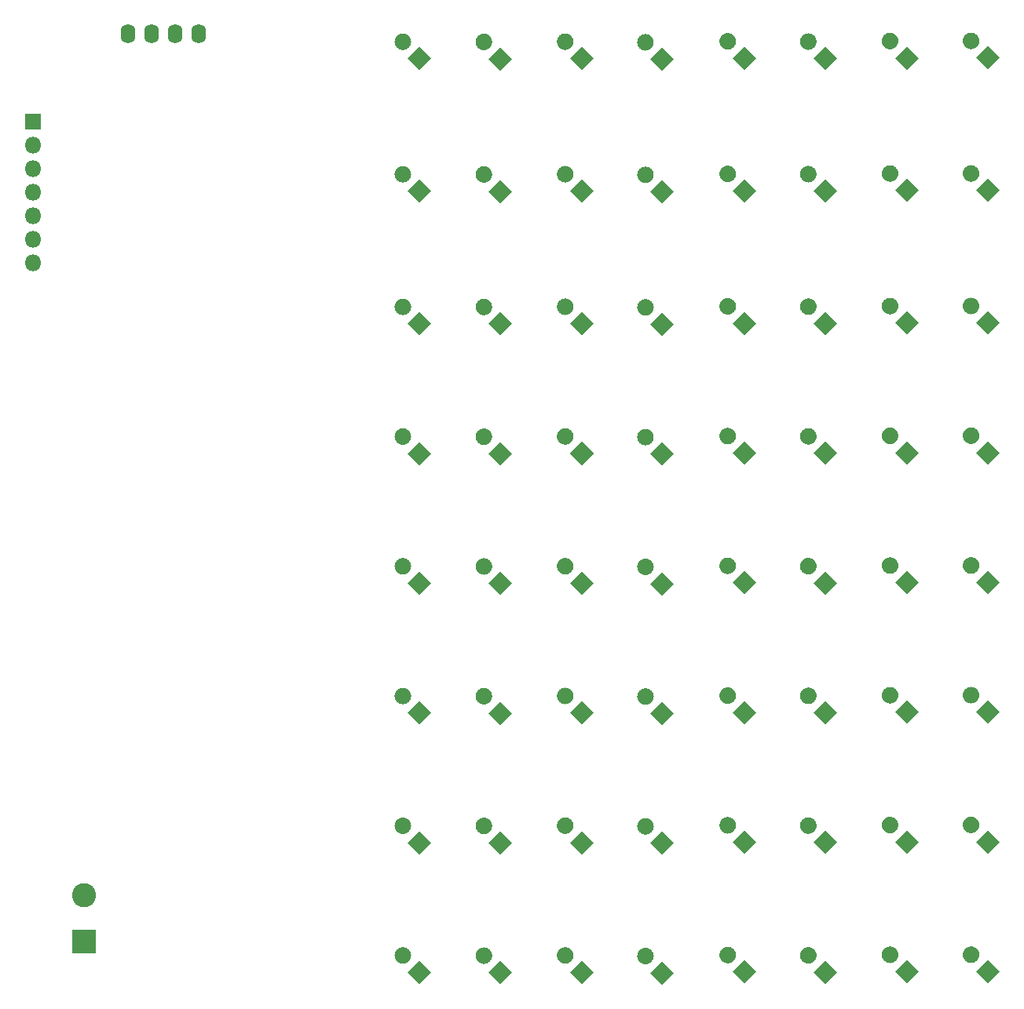
<source format=gbs>
%TF.GenerationSoftware,KiCad,Pcbnew,5.1.6*%
%TF.CreationDate,2020-06-23T23:05:21+02:00*%
%TF.ProjectId,NeonMatrix,4e656f6e-4d61-4747-9269-782e6b696361,rev?*%
%TF.SameCoordinates,Original*%
%TF.FileFunction,Soldermask,Bot*%
%TF.FilePolarity,Negative*%
%FSLAX46Y46*%
G04 Gerber Fmt 4.6, Leading zero omitted, Abs format (unit mm)*
G04 Created by KiCad (PCBNEW 5.1.6) date 2020-06-23 23:05:21*
%MOMM*%
%LPD*%
G01*
G04 APERTURE LIST*
%ADD10O,1.800000X1.800000*%
%ADD11R,1.800000X1.800000*%
%ADD12C,0.100000*%
%ADD13O,1.600000X2.100000*%
%ADD14C,2.600000*%
%ADD15R,2.600000X2.600000*%
G04 APERTURE END LIST*
D10*
%TO.C,J2*%
X151500000Y-66220000D03*
X151500000Y-63680000D03*
X151500000Y-61140000D03*
X151500000Y-58600000D03*
X151500000Y-56060000D03*
X151500000Y-53520000D03*
D11*
X151500000Y-50980000D03*
%TD*%
%TO.C,NE64*%
G36*
G01*
X252027892Y-141529783D02*
X252027892Y-141529783D01*
G75*
G02*
X252027892Y-140256991I636396J636396D01*
G01*
X252027892Y-140256991D01*
G75*
G02*
X253300684Y-140256991I636396J-636396D01*
G01*
X253300684Y-140256991D01*
G75*
G02*
X253300684Y-141529783I-636396J-636396D01*
G01*
X253300684Y-141529783D01*
G75*
G02*
X252027892Y-141529783I-636396J636396D01*
G01*
G37*
D12*
G36*
X254460339Y-143962230D02*
G01*
X253187547Y-142689438D01*
X254460339Y-141416646D01*
X255733131Y-142689438D01*
X254460339Y-143962230D01*
G37*
%TD*%
%TO.C,NE63*%
G36*
G01*
X243297312Y-141541915D02*
X243297312Y-141541915D01*
G75*
G02*
X243297312Y-140269123I636396J636396D01*
G01*
X243297312Y-140269123D01*
G75*
G02*
X244570104Y-140269123I636396J-636396D01*
G01*
X244570104Y-140269123D01*
G75*
G02*
X244570104Y-141541915I-636396J-636396D01*
G01*
X244570104Y-141541915D01*
G75*
G02*
X243297312Y-141541915I-636396J636396D01*
G01*
G37*
G36*
X245729759Y-143974362D02*
G01*
X244456967Y-142701570D01*
X245729759Y-141428778D01*
X247002551Y-142701570D01*
X245729759Y-143974362D01*
G37*
%TD*%
%TO.C,NE62*%
G36*
G01*
X234484425Y-141602468D02*
X234484425Y-141602468D01*
G75*
G02*
X234484425Y-140329676I636396J636396D01*
G01*
X234484425Y-140329676D01*
G75*
G02*
X235757217Y-140329676I636396J-636396D01*
G01*
X235757217Y-140329676D01*
G75*
G02*
X235757217Y-141602468I-636396J-636396D01*
G01*
X235757217Y-141602468D01*
G75*
G02*
X234484425Y-141602468I-636396J636396D01*
G01*
G37*
G36*
X236916872Y-144034915D02*
G01*
X235644080Y-142762123D01*
X236916872Y-141489331D01*
X238189664Y-142762123D01*
X236916872Y-144034915D01*
G37*
%TD*%
%TO.C,NE61*%
G36*
G01*
X225791674Y-141573108D02*
X225791674Y-141573108D01*
G75*
G02*
X225791674Y-140300316I636396J636396D01*
G01*
X225791674Y-140300316D01*
G75*
G02*
X227064466Y-140300316I636396J-636396D01*
G01*
X227064466Y-140300316D01*
G75*
G02*
X227064466Y-141573108I-636396J-636396D01*
G01*
X227064466Y-141573108D01*
G75*
G02*
X225791674Y-141573108I-636396J636396D01*
G01*
G37*
G36*
X228224121Y-144005555D02*
G01*
X226951329Y-142732763D01*
X228224121Y-141459971D01*
X229496913Y-142732763D01*
X228224121Y-144005555D01*
G37*
%TD*%
%TO.C,NE60*%
G36*
G01*
X216924805Y-141681327D02*
X216924805Y-141681327D01*
G75*
G02*
X216924805Y-140408535I636396J636396D01*
G01*
X216924805Y-140408535D01*
G75*
G02*
X218197597Y-140408535I636396J-636396D01*
G01*
X218197597Y-140408535D01*
G75*
G02*
X218197597Y-141681327I-636396J-636396D01*
G01*
X218197597Y-141681327D01*
G75*
G02*
X216924805Y-141681327I-636396J636396D01*
G01*
G37*
G36*
X219357252Y-144113774D02*
G01*
X218084460Y-142840982D01*
X219357252Y-141568190D01*
X220630044Y-142840982D01*
X219357252Y-144113774D01*
G37*
%TD*%
%TO.C,NE59*%
G36*
G01*
X208268272Y-141611585D02*
X208268272Y-141611585D01*
G75*
G02*
X208268272Y-140338793I636396J636396D01*
G01*
X208268272Y-140338793D01*
G75*
G02*
X209541064Y-140338793I636396J-636396D01*
G01*
X209541064Y-140338793D01*
G75*
G02*
X209541064Y-141611585I-636396J-636396D01*
G01*
X209541064Y-141611585D01*
G75*
G02*
X208268272Y-141611585I-636396J636396D01*
G01*
G37*
G36*
X210700719Y-144044032D02*
G01*
X209427927Y-142771240D01*
X210700719Y-141498448D01*
X211973511Y-142771240D01*
X210700719Y-144044032D01*
G37*
%TD*%
%TO.C,NE58*%
G36*
G01*
X199506714Y-141638900D02*
X199506714Y-141638900D01*
G75*
G02*
X199506714Y-140366108I636396J636396D01*
G01*
X199506714Y-140366108D01*
G75*
G02*
X200779506Y-140366108I636396J-636396D01*
G01*
X200779506Y-140366108D01*
G75*
G02*
X200779506Y-141638900I-636396J-636396D01*
G01*
X200779506Y-141638900D01*
G75*
G02*
X199506714Y-141638900I-636396J636396D01*
G01*
G37*
G36*
X201939161Y-144071347D02*
G01*
X200666369Y-142798555D01*
X201939161Y-141525763D01*
X203211953Y-142798555D01*
X201939161Y-144071347D01*
G37*
%TD*%
%TO.C,NE57*%
G36*
G01*
X190767553Y-141620345D02*
X190767553Y-141620345D01*
G75*
G02*
X190767553Y-140347553I636396J636396D01*
G01*
X190767553Y-140347553D01*
G75*
G02*
X192040345Y-140347553I636396J-636396D01*
G01*
X192040345Y-140347553D01*
G75*
G02*
X192040345Y-141620345I-636396J-636396D01*
G01*
X192040345Y-141620345D01*
G75*
G02*
X190767553Y-141620345I-636396J636396D01*
G01*
G37*
G36*
X193200000Y-144052792D02*
G01*
X191927208Y-142780000D01*
X193200000Y-141507208D01*
X194472792Y-142780000D01*
X193200000Y-144052792D01*
G37*
%TD*%
%TO.C,NE56*%
G36*
G01*
X252027892Y-127529783D02*
X252027892Y-127529783D01*
G75*
G02*
X252027892Y-126256991I636396J636396D01*
G01*
X252027892Y-126256991D01*
G75*
G02*
X253300684Y-126256991I636396J-636396D01*
G01*
X253300684Y-126256991D01*
G75*
G02*
X253300684Y-127529783I-636396J-636396D01*
G01*
X253300684Y-127529783D01*
G75*
G02*
X252027892Y-127529783I-636396J636396D01*
G01*
G37*
G36*
X254460339Y-129962230D02*
G01*
X253187547Y-128689438D01*
X254460339Y-127416646D01*
X255733131Y-128689438D01*
X254460339Y-129962230D01*
G37*
%TD*%
%TO.C,NE55*%
G36*
G01*
X243297312Y-127541915D02*
X243297312Y-127541915D01*
G75*
G02*
X243297312Y-126269123I636396J636396D01*
G01*
X243297312Y-126269123D01*
G75*
G02*
X244570104Y-126269123I636396J-636396D01*
G01*
X244570104Y-126269123D01*
G75*
G02*
X244570104Y-127541915I-636396J-636396D01*
G01*
X244570104Y-127541915D01*
G75*
G02*
X243297312Y-127541915I-636396J636396D01*
G01*
G37*
G36*
X245729759Y-129974362D02*
G01*
X244456967Y-128701570D01*
X245729759Y-127428778D01*
X247002551Y-128701570D01*
X245729759Y-129974362D01*
G37*
%TD*%
%TO.C,NE54*%
G36*
G01*
X234484425Y-127602468D02*
X234484425Y-127602468D01*
G75*
G02*
X234484425Y-126329676I636396J636396D01*
G01*
X234484425Y-126329676D01*
G75*
G02*
X235757217Y-126329676I636396J-636396D01*
G01*
X235757217Y-126329676D01*
G75*
G02*
X235757217Y-127602468I-636396J-636396D01*
G01*
X235757217Y-127602468D01*
G75*
G02*
X234484425Y-127602468I-636396J636396D01*
G01*
G37*
G36*
X236916872Y-130034915D02*
G01*
X235644080Y-128762123D01*
X236916872Y-127489331D01*
X238189664Y-128762123D01*
X236916872Y-130034915D01*
G37*
%TD*%
%TO.C,NE53*%
G36*
G01*
X225791674Y-127573108D02*
X225791674Y-127573108D01*
G75*
G02*
X225791674Y-126300316I636396J636396D01*
G01*
X225791674Y-126300316D01*
G75*
G02*
X227064466Y-126300316I636396J-636396D01*
G01*
X227064466Y-126300316D01*
G75*
G02*
X227064466Y-127573108I-636396J-636396D01*
G01*
X227064466Y-127573108D01*
G75*
G02*
X225791674Y-127573108I-636396J636396D01*
G01*
G37*
G36*
X228224121Y-130005555D02*
G01*
X226951329Y-128732763D01*
X228224121Y-127459971D01*
X229496913Y-128732763D01*
X228224121Y-130005555D01*
G37*
%TD*%
%TO.C,NE52*%
G36*
G01*
X216924805Y-127681327D02*
X216924805Y-127681327D01*
G75*
G02*
X216924805Y-126408535I636396J636396D01*
G01*
X216924805Y-126408535D01*
G75*
G02*
X218197597Y-126408535I636396J-636396D01*
G01*
X218197597Y-126408535D01*
G75*
G02*
X218197597Y-127681327I-636396J-636396D01*
G01*
X218197597Y-127681327D01*
G75*
G02*
X216924805Y-127681327I-636396J636396D01*
G01*
G37*
G36*
X219357252Y-130113774D02*
G01*
X218084460Y-128840982D01*
X219357252Y-127568190D01*
X220630044Y-128840982D01*
X219357252Y-130113774D01*
G37*
%TD*%
%TO.C,NE51*%
G36*
G01*
X208268272Y-127611585D02*
X208268272Y-127611585D01*
G75*
G02*
X208268272Y-126338793I636396J636396D01*
G01*
X208268272Y-126338793D01*
G75*
G02*
X209541064Y-126338793I636396J-636396D01*
G01*
X209541064Y-126338793D01*
G75*
G02*
X209541064Y-127611585I-636396J-636396D01*
G01*
X209541064Y-127611585D01*
G75*
G02*
X208268272Y-127611585I-636396J636396D01*
G01*
G37*
G36*
X210700719Y-130044032D02*
G01*
X209427927Y-128771240D01*
X210700719Y-127498448D01*
X211973511Y-128771240D01*
X210700719Y-130044032D01*
G37*
%TD*%
%TO.C,NE50*%
G36*
G01*
X199506714Y-127638900D02*
X199506714Y-127638900D01*
G75*
G02*
X199506714Y-126366108I636396J636396D01*
G01*
X199506714Y-126366108D01*
G75*
G02*
X200779506Y-126366108I636396J-636396D01*
G01*
X200779506Y-126366108D01*
G75*
G02*
X200779506Y-127638900I-636396J-636396D01*
G01*
X200779506Y-127638900D01*
G75*
G02*
X199506714Y-127638900I-636396J636396D01*
G01*
G37*
G36*
X201939161Y-130071347D02*
G01*
X200666369Y-128798555D01*
X201939161Y-127525763D01*
X203211953Y-128798555D01*
X201939161Y-130071347D01*
G37*
%TD*%
%TO.C,NE49*%
G36*
G01*
X190767553Y-127620345D02*
X190767553Y-127620345D01*
G75*
G02*
X190767553Y-126347553I636396J636396D01*
G01*
X190767553Y-126347553D01*
G75*
G02*
X192040345Y-126347553I636396J-636396D01*
G01*
X192040345Y-126347553D01*
G75*
G02*
X192040345Y-127620345I-636396J-636396D01*
G01*
X192040345Y-127620345D01*
G75*
G02*
X190767553Y-127620345I-636396J636396D01*
G01*
G37*
G36*
X193200000Y-130052792D02*
G01*
X191927208Y-128780000D01*
X193200000Y-127507208D01*
X194472792Y-128780000D01*
X193200000Y-130052792D01*
G37*
%TD*%
%TO.C,NE48*%
G36*
G01*
X252027892Y-113529783D02*
X252027892Y-113529783D01*
G75*
G02*
X252027892Y-112256991I636396J636396D01*
G01*
X252027892Y-112256991D01*
G75*
G02*
X253300684Y-112256991I636396J-636396D01*
G01*
X253300684Y-112256991D01*
G75*
G02*
X253300684Y-113529783I-636396J-636396D01*
G01*
X253300684Y-113529783D01*
G75*
G02*
X252027892Y-113529783I-636396J636396D01*
G01*
G37*
G36*
X254460339Y-115962230D02*
G01*
X253187547Y-114689438D01*
X254460339Y-113416646D01*
X255733131Y-114689438D01*
X254460339Y-115962230D01*
G37*
%TD*%
%TO.C,NE47*%
G36*
G01*
X243297312Y-113541915D02*
X243297312Y-113541915D01*
G75*
G02*
X243297312Y-112269123I636396J636396D01*
G01*
X243297312Y-112269123D01*
G75*
G02*
X244570104Y-112269123I636396J-636396D01*
G01*
X244570104Y-112269123D01*
G75*
G02*
X244570104Y-113541915I-636396J-636396D01*
G01*
X244570104Y-113541915D01*
G75*
G02*
X243297312Y-113541915I-636396J636396D01*
G01*
G37*
G36*
X245729759Y-115974362D02*
G01*
X244456967Y-114701570D01*
X245729759Y-113428778D01*
X247002551Y-114701570D01*
X245729759Y-115974362D01*
G37*
%TD*%
%TO.C,NE46*%
G36*
G01*
X234484425Y-113602468D02*
X234484425Y-113602468D01*
G75*
G02*
X234484425Y-112329676I636396J636396D01*
G01*
X234484425Y-112329676D01*
G75*
G02*
X235757217Y-112329676I636396J-636396D01*
G01*
X235757217Y-112329676D01*
G75*
G02*
X235757217Y-113602468I-636396J-636396D01*
G01*
X235757217Y-113602468D01*
G75*
G02*
X234484425Y-113602468I-636396J636396D01*
G01*
G37*
G36*
X236916872Y-116034915D02*
G01*
X235644080Y-114762123D01*
X236916872Y-113489331D01*
X238189664Y-114762123D01*
X236916872Y-116034915D01*
G37*
%TD*%
%TO.C,NE45*%
G36*
G01*
X225791674Y-113573108D02*
X225791674Y-113573108D01*
G75*
G02*
X225791674Y-112300316I636396J636396D01*
G01*
X225791674Y-112300316D01*
G75*
G02*
X227064466Y-112300316I636396J-636396D01*
G01*
X227064466Y-112300316D01*
G75*
G02*
X227064466Y-113573108I-636396J-636396D01*
G01*
X227064466Y-113573108D01*
G75*
G02*
X225791674Y-113573108I-636396J636396D01*
G01*
G37*
G36*
X228224121Y-116005555D02*
G01*
X226951329Y-114732763D01*
X228224121Y-113459971D01*
X229496913Y-114732763D01*
X228224121Y-116005555D01*
G37*
%TD*%
%TO.C,NE44*%
G36*
G01*
X216924805Y-113681327D02*
X216924805Y-113681327D01*
G75*
G02*
X216924805Y-112408535I636396J636396D01*
G01*
X216924805Y-112408535D01*
G75*
G02*
X218197597Y-112408535I636396J-636396D01*
G01*
X218197597Y-112408535D01*
G75*
G02*
X218197597Y-113681327I-636396J-636396D01*
G01*
X218197597Y-113681327D01*
G75*
G02*
X216924805Y-113681327I-636396J636396D01*
G01*
G37*
G36*
X219357252Y-116113774D02*
G01*
X218084460Y-114840982D01*
X219357252Y-113568190D01*
X220630044Y-114840982D01*
X219357252Y-116113774D01*
G37*
%TD*%
%TO.C,NE43*%
G36*
G01*
X208268272Y-113611585D02*
X208268272Y-113611585D01*
G75*
G02*
X208268272Y-112338793I636396J636396D01*
G01*
X208268272Y-112338793D01*
G75*
G02*
X209541064Y-112338793I636396J-636396D01*
G01*
X209541064Y-112338793D01*
G75*
G02*
X209541064Y-113611585I-636396J-636396D01*
G01*
X209541064Y-113611585D01*
G75*
G02*
X208268272Y-113611585I-636396J636396D01*
G01*
G37*
G36*
X210700719Y-116044032D02*
G01*
X209427927Y-114771240D01*
X210700719Y-113498448D01*
X211973511Y-114771240D01*
X210700719Y-116044032D01*
G37*
%TD*%
%TO.C,NE42*%
G36*
G01*
X199506714Y-113638900D02*
X199506714Y-113638900D01*
G75*
G02*
X199506714Y-112366108I636396J636396D01*
G01*
X199506714Y-112366108D01*
G75*
G02*
X200779506Y-112366108I636396J-636396D01*
G01*
X200779506Y-112366108D01*
G75*
G02*
X200779506Y-113638900I-636396J-636396D01*
G01*
X200779506Y-113638900D01*
G75*
G02*
X199506714Y-113638900I-636396J636396D01*
G01*
G37*
G36*
X201939161Y-116071347D02*
G01*
X200666369Y-114798555D01*
X201939161Y-113525763D01*
X203211953Y-114798555D01*
X201939161Y-116071347D01*
G37*
%TD*%
%TO.C,NE41*%
G36*
G01*
X190767553Y-113620345D02*
X190767553Y-113620345D01*
G75*
G02*
X190767553Y-112347553I636396J636396D01*
G01*
X190767553Y-112347553D01*
G75*
G02*
X192040345Y-112347553I636396J-636396D01*
G01*
X192040345Y-112347553D01*
G75*
G02*
X192040345Y-113620345I-636396J-636396D01*
G01*
X192040345Y-113620345D01*
G75*
G02*
X190767553Y-113620345I-636396J636396D01*
G01*
G37*
G36*
X193200000Y-116052792D02*
G01*
X191927208Y-114780000D01*
X193200000Y-113507208D01*
X194472792Y-114780000D01*
X193200000Y-116052792D01*
G37*
%TD*%
%TO.C,NE40*%
G36*
G01*
X252027892Y-99529783D02*
X252027892Y-99529783D01*
G75*
G02*
X252027892Y-98256991I636396J636396D01*
G01*
X252027892Y-98256991D01*
G75*
G02*
X253300684Y-98256991I636396J-636396D01*
G01*
X253300684Y-98256991D01*
G75*
G02*
X253300684Y-99529783I-636396J-636396D01*
G01*
X253300684Y-99529783D01*
G75*
G02*
X252027892Y-99529783I-636396J636396D01*
G01*
G37*
G36*
X254460339Y-101962230D02*
G01*
X253187547Y-100689438D01*
X254460339Y-99416646D01*
X255733131Y-100689438D01*
X254460339Y-101962230D01*
G37*
%TD*%
%TO.C,NE39*%
G36*
G01*
X243297312Y-99541915D02*
X243297312Y-99541915D01*
G75*
G02*
X243297312Y-98269123I636396J636396D01*
G01*
X243297312Y-98269123D01*
G75*
G02*
X244570104Y-98269123I636396J-636396D01*
G01*
X244570104Y-98269123D01*
G75*
G02*
X244570104Y-99541915I-636396J-636396D01*
G01*
X244570104Y-99541915D01*
G75*
G02*
X243297312Y-99541915I-636396J636396D01*
G01*
G37*
G36*
X245729759Y-101974362D02*
G01*
X244456967Y-100701570D01*
X245729759Y-99428778D01*
X247002551Y-100701570D01*
X245729759Y-101974362D01*
G37*
%TD*%
%TO.C,NE38*%
G36*
G01*
X234484425Y-99602468D02*
X234484425Y-99602468D01*
G75*
G02*
X234484425Y-98329676I636396J636396D01*
G01*
X234484425Y-98329676D01*
G75*
G02*
X235757217Y-98329676I636396J-636396D01*
G01*
X235757217Y-98329676D01*
G75*
G02*
X235757217Y-99602468I-636396J-636396D01*
G01*
X235757217Y-99602468D01*
G75*
G02*
X234484425Y-99602468I-636396J636396D01*
G01*
G37*
G36*
X236916872Y-102034915D02*
G01*
X235644080Y-100762123D01*
X236916872Y-99489331D01*
X238189664Y-100762123D01*
X236916872Y-102034915D01*
G37*
%TD*%
%TO.C,NE37*%
G36*
G01*
X225791674Y-99573108D02*
X225791674Y-99573108D01*
G75*
G02*
X225791674Y-98300316I636396J636396D01*
G01*
X225791674Y-98300316D01*
G75*
G02*
X227064466Y-98300316I636396J-636396D01*
G01*
X227064466Y-98300316D01*
G75*
G02*
X227064466Y-99573108I-636396J-636396D01*
G01*
X227064466Y-99573108D01*
G75*
G02*
X225791674Y-99573108I-636396J636396D01*
G01*
G37*
G36*
X228224121Y-102005555D02*
G01*
X226951329Y-100732763D01*
X228224121Y-99459971D01*
X229496913Y-100732763D01*
X228224121Y-102005555D01*
G37*
%TD*%
%TO.C,NE36*%
G36*
G01*
X216924805Y-99681327D02*
X216924805Y-99681327D01*
G75*
G02*
X216924805Y-98408535I636396J636396D01*
G01*
X216924805Y-98408535D01*
G75*
G02*
X218197597Y-98408535I636396J-636396D01*
G01*
X218197597Y-98408535D01*
G75*
G02*
X218197597Y-99681327I-636396J-636396D01*
G01*
X218197597Y-99681327D01*
G75*
G02*
X216924805Y-99681327I-636396J636396D01*
G01*
G37*
G36*
X219357252Y-102113774D02*
G01*
X218084460Y-100840982D01*
X219357252Y-99568190D01*
X220630044Y-100840982D01*
X219357252Y-102113774D01*
G37*
%TD*%
%TO.C,NE35*%
G36*
G01*
X208268272Y-99611585D02*
X208268272Y-99611585D01*
G75*
G02*
X208268272Y-98338793I636396J636396D01*
G01*
X208268272Y-98338793D01*
G75*
G02*
X209541064Y-98338793I636396J-636396D01*
G01*
X209541064Y-98338793D01*
G75*
G02*
X209541064Y-99611585I-636396J-636396D01*
G01*
X209541064Y-99611585D01*
G75*
G02*
X208268272Y-99611585I-636396J636396D01*
G01*
G37*
G36*
X210700719Y-102044032D02*
G01*
X209427927Y-100771240D01*
X210700719Y-99498448D01*
X211973511Y-100771240D01*
X210700719Y-102044032D01*
G37*
%TD*%
%TO.C,NE34*%
G36*
G01*
X199506714Y-99638900D02*
X199506714Y-99638900D01*
G75*
G02*
X199506714Y-98366108I636396J636396D01*
G01*
X199506714Y-98366108D01*
G75*
G02*
X200779506Y-98366108I636396J-636396D01*
G01*
X200779506Y-98366108D01*
G75*
G02*
X200779506Y-99638900I-636396J-636396D01*
G01*
X200779506Y-99638900D01*
G75*
G02*
X199506714Y-99638900I-636396J636396D01*
G01*
G37*
G36*
X201939161Y-102071347D02*
G01*
X200666369Y-100798555D01*
X201939161Y-99525763D01*
X203211953Y-100798555D01*
X201939161Y-102071347D01*
G37*
%TD*%
%TO.C,NE33*%
G36*
G01*
X190767553Y-99620345D02*
X190767553Y-99620345D01*
G75*
G02*
X190767553Y-98347553I636396J636396D01*
G01*
X190767553Y-98347553D01*
G75*
G02*
X192040345Y-98347553I636396J-636396D01*
G01*
X192040345Y-98347553D01*
G75*
G02*
X192040345Y-99620345I-636396J-636396D01*
G01*
X192040345Y-99620345D01*
G75*
G02*
X190767553Y-99620345I-636396J636396D01*
G01*
G37*
G36*
X193200000Y-102052792D02*
G01*
X191927208Y-100780000D01*
X193200000Y-99507208D01*
X194472792Y-100780000D01*
X193200000Y-102052792D01*
G37*
%TD*%
%TO.C,NE32*%
G36*
G01*
X252027892Y-85529783D02*
X252027892Y-85529783D01*
G75*
G02*
X252027892Y-84256991I636396J636396D01*
G01*
X252027892Y-84256991D01*
G75*
G02*
X253300684Y-84256991I636396J-636396D01*
G01*
X253300684Y-84256991D01*
G75*
G02*
X253300684Y-85529783I-636396J-636396D01*
G01*
X253300684Y-85529783D01*
G75*
G02*
X252027892Y-85529783I-636396J636396D01*
G01*
G37*
G36*
X254460339Y-87962230D02*
G01*
X253187547Y-86689438D01*
X254460339Y-85416646D01*
X255733131Y-86689438D01*
X254460339Y-87962230D01*
G37*
%TD*%
%TO.C,NE31*%
G36*
G01*
X243297312Y-85541915D02*
X243297312Y-85541915D01*
G75*
G02*
X243297312Y-84269123I636396J636396D01*
G01*
X243297312Y-84269123D01*
G75*
G02*
X244570104Y-84269123I636396J-636396D01*
G01*
X244570104Y-84269123D01*
G75*
G02*
X244570104Y-85541915I-636396J-636396D01*
G01*
X244570104Y-85541915D01*
G75*
G02*
X243297312Y-85541915I-636396J636396D01*
G01*
G37*
G36*
X245729759Y-87974362D02*
G01*
X244456967Y-86701570D01*
X245729759Y-85428778D01*
X247002551Y-86701570D01*
X245729759Y-87974362D01*
G37*
%TD*%
%TO.C,NE30*%
G36*
G01*
X234484425Y-85602468D02*
X234484425Y-85602468D01*
G75*
G02*
X234484425Y-84329676I636396J636396D01*
G01*
X234484425Y-84329676D01*
G75*
G02*
X235757217Y-84329676I636396J-636396D01*
G01*
X235757217Y-84329676D01*
G75*
G02*
X235757217Y-85602468I-636396J-636396D01*
G01*
X235757217Y-85602468D01*
G75*
G02*
X234484425Y-85602468I-636396J636396D01*
G01*
G37*
G36*
X236916872Y-88034915D02*
G01*
X235644080Y-86762123D01*
X236916872Y-85489331D01*
X238189664Y-86762123D01*
X236916872Y-88034915D01*
G37*
%TD*%
%TO.C,NE29*%
G36*
G01*
X225791674Y-85573108D02*
X225791674Y-85573108D01*
G75*
G02*
X225791674Y-84300316I636396J636396D01*
G01*
X225791674Y-84300316D01*
G75*
G02*
X227064466Y-84300316I636396J-636396D01*
G01*
X227064466Y-84300316D01*
G75*
G02*
X227064466Y-85573108I-636396J-636396D01*
G01*
X227064466Y-85573108D01*
G75*
G02*
X225791674Y-85573108I-636396J636396D01*
G01*
G37*
G36*
X228224121Y-88005555D02*
G01*
X226951329Y-86732763D01*
X228224121Y-85459971D01*
X229496913Y-86732763D01*
X228224121Y-88005555D01*
G37*
%TD*%
%TO.C,NE28*%
G36*
G01*
X216924805Y-85681327D02*
X216924805Y-85681327D01*
G75*
G02*
X216924805Y-84408535I636396J636396D01*
G01*
X216924805Y-84408535D01*
G75*
G02*
X218197597Y-84408535I636396J-636396D01*
G01*
X218197597Y-84408535D01*
G75*
G02*
X218197597Y-85681327I-636396J-636396D01*
G01*
X218197597Y-85681327D01*
G75*
G02*
X216924805Y-85681327I-636396J636396D01*
G01*
G37*
G36*
X219357252Y-88113774D02*
G01*
X218084460Y-86840982D01*
X219357252Y-85568190D01*
X220630044Y-86840982D01*
X219357252Y-88113774D01*
G37*
%TD*%
%TO.C,NE27*%
G36*
G01*
X208268272Y-85611585D02*
X208268272Y-85611585D01*
G75*
G02*
X208268272Y-84338793I636396J636396D01*
G01*
X208268272Y-84338793D01*
G75*
G02*
X209541064Y-84338793I636396J-636396D01*
G01*
X209541064Y-84338793D01*
G75*
G02*
X209541064Y-85611585I-636396J-636396D01*
G01*
X209541064Y-85611585D01*
G75*
G02*
X208268272Y-85611585I-636396J636396D01*
G01*
G37*
G36*
X210700719Y-88044032D02*
G01*
X209427927Y-86771240D01*
X210700719Y-85498448D01*
X211973511Y-86771240D01*
X210700719Y-88044032D01*
G37*
%TD*%
%TO.C,NE26*%
G36*
G01*
X199506714Y-85638900D02*
X199506714Y-85638900D01*
G75*
G02*
X199506714Y-84366108I636396J636396D01*
G01*
X199506714Y-84366108D01*
G75*
G02*
X200779506Y-84366108I636396J-636396D01*
G01*
X200779506Y-84366108D01*
G75*
G02*
X200779506Y-85638900I-636396J-636396D01*
G01*
X200779506Y-85638900D01*
G75*
G02*
X199506714Y-85638900I-636396J636396D01*
G01*
G37*
G36*
X201939161Y-88071347D02*
G01*
X200666369Y-86798555D01*
X201939161Y-85525763D01*
X203211953Y-86798555D01*
X201939161Y-88071347D01*
G37*
%TD*%
%TO.C,NE25*%
G36*
G01*
X190767553Y-85620345D02*
X190767553Y-85620345D01*
G75*
G02*
X190767553Y-84347553I636396J636396D01*
G01*
X190767553Y-84347553D01*
G75*
G02*
X192040345Y-84347553I636396J-636396D01*
G01*
X192040345Y-84347553D01*
G75*
G02*
X192040345Y-85620345I-636396J-636396D01*
G01*
X192040345Y-85620345D01*
G75*
G02*
X190767553Y-85620345I-636396J636396D01*
G01*
G37*
G36*
X193200000Y-88052792D02*
G01*
X191927208Y-86780000D01*
X193200000Y-85507208D01*
X194472792Y-86780000D01*
X193200000Y-88052792D01*
G37*
%TD*%
%TO.C,NE24*%
G36*
G01*
X252027892Y-71529783D02*
X252027892Y-71529783D01*
G75*
G02*
X252027892Y-70256991I636396J636396D01*
G01*
X252027892Y-70256991D01*
G75*
G02*
X253300684Y-70256991I636396J-636396D01*
G01*
X253300684Y-70256991D01*
G75*
G02*
X253300684Y-71529783I-636396J-636396D01*
G01*
X253300684Y-71529783D01*
G75*
G02*
X252027892Y-71529783I-636396J636396D01*
G01*
G37*
G36*
X254460339Y-73962230D02*
G01*
X253187547Y-72689438D01*
X254460339Y-71416646D01*
X255733131Y-72689438D01*
X254460339Y-73962230D01*
G37*
%TD*%
%TO.C,NE23*%
G36*
G01*
X243297312Y-71541915D02*
X243297312Y-71541915D01*
G75*
G02*
X243297312Y-70269123I636396J636396D01*
G01*
X243297312Y-70269123D01*
G75*
G02*
X244570104Y-70269123I636396J-636396D01*
G01*
X244570104Y-70269123D01*
G75*
G02*
X244570104Y-71541915I-636396J-636396D01*
G01*
X244570104Y-71541915D01*
G75*
G02*
X243297312Y-71541915I-636396J636396D01*
G01*
G37*
G36*
X245729759Y-73974362D02*
G01*
X244456967Y-72701570D01*
X245729759Y-71428778D01*
X247002551Y-72701570D01*
X245729759Y-73974362D01*
G37*
%TD*%
%TO.C,NE22*%
G36*
G01*
X234484425Y-71602468D02*
X234484425Y-71602468D01*
G75*
G02*
X234484425Y-70329676I636396J636396D01*
G01*
X234484425Y-70329676D01*
G75*
G02*
X235757217Y-70329676I636396J-636396D01*
G01*
X235757217Y-70329676D01*
G75*
G02*
X235757217Y-71602468I-636396J-636396D01*
G01*
X235757217Y-71602468D01*
G75*
G02*
X234484425Y-71602468I-636396J636396D01*
G01*
G37*
G36*
X236916872Y-74034915D02*
G01*
X235644080Y-72762123D01*
X236916872Y-71489331D01*
X238189664Y-72762123D01*
X236916872Y-74034915D01*
G37*
%TD*%
%TO.C,NE21*%
G36*
G01*
X225791674Y-71573108D02*
X225791674Y-71573108D01*
G75*
G02*
X225791674Y-70300316I636396J636396D01*
G01*
X225791674Y-70300316D01*
G75*
G02*
X227064466Y-70300316I636396J-636396D01*
G01*
X227064466Y-70300316D01*
G75*
G02*
X227064466Y-71573108I-636396J-636396D01*
G01*
X227064466Y-71573108D01*
G75*
G02*
X225791674Y-71573108I-636396J636396D01*
G01*
G37*
G36*
X228224121Y-74005555D02*
G01*
X226951329Y-72732763D01*
X228224121Y-71459971D01*
X229496913Y-72732763D01*
X228224121Y-74005555D01*
G37*
%TD*%
%TO.C,NE20*%
G36*
G01*
X216924805Y-71681327D02*
X216924805Y-71681327D01*
G75*
G02*
X216924805Y-70408535I636396J636396D01*
G01*
X216924805Y-70408535D01*
G75*
G02*
X218197597Y-70408535I636396J-636396D01*
G01*
X218197597Y-70408535D01*
G75*
G02*
X218197597Y-71681327I-636396J-636396D01*
G01*
X218197597Y-71681327D01*
G75*
G02*
X216924805Y-71681327I-636396J636396D01*
G01*
G37*
G36*
X219357252Y-74113774D02*
G01*
X218084460Y-72840982D01*
X219357252Y-71568190D01*
X220630044Y-72840982D01*
X219357252Y-74113774D01*
G37*
%TD*%
%TO.C,NE19*%
G36*
G01*
X208268272Y-71611585D02*
X208268272Y-71611585D01*
G75*
G02*
X208268272Y-70338793I636396J636396D01*
G01*
X208268272Y-70338793D01*
G75*
G02*
X209541064Y-70338793I636396J-636396D01*
G01*
X209541064Y-70338793D01*
G75*
G02*
X209541064Y-71611585I-636396J-636396D01*
G01*
X209541064Y-71611585D01*
G75*
G02*
X208268272Y-71611585I-636396J636396D01*
G01*
G37*
G36*
X210700719Y-74044032D02*
G01*
X209427927Y-72771240D01*
X210700719Y-71498448D01*
X211973511Y-72771240D01*
X210700719Y-74044032D01*
G37*
%TD*%
%TO.C,NE18*%
G36*
G01*
X199506714Y-71638900D02*
X199506714Y-71638900D01*
G75*
G02*
X199506714Y-70366108I636396J636396D01*
G01*
X199506714Y-70366108D01*
G75*
G02*
X200779506Y-70366108I636396J-636396D01*
G01*
X200779506Y-70366108D01*
G75*
G02*
X200779506Y-71638900I-636396J-636396D01*
G01*
X200779506Y-71638900D01*
G75*
G02*
X199506714Y-71638900I-636396J636396D01*
G01*
G37*
G36*
X201939161Y-74071347D02*
G01*
X200666369Y-72798555D01*
X201939161Y-71525763D01*
X203211953Y-72798555D01*
X201939161Y-74071347D01*
G37*
%TD*%
%TO.C,NE17*%
G36*
G01*
X190767553Y-71620345D02*
X190767553Y-71620345D01*
G75*
G02*
X190767553Y-70347553I636396J636396D01*
G01*
X190767553Y-70347553D01*
G75*
G02*
X192040345Y-70347553I636396J-636396D01*
G01*
X192040345Y-70347553D01*
G75*
G02*
X192040345Y-71620345I-636396J-636396D01*
G01*
X192040345Y-71620345D01*
G75*
G02*
X190767553Y-71620345I-636396J636396D01*
G01*
G37*
G36*
X193200000Y-74052792D02*
G01*
X191927208Y-72780000D01*
X193200000Y-71507208D01*
X194472792Y-72780000D01*
X193200000Y-74052792D01*
G37*
%TD*%
%TO.C,NE16*%
G36*
G01*
X252027892Y-57229783D02*
X252027892Y-57229783D01*
G75*
G02*
X252027892Y-55956991I636396J636396D01*
G01*
X252027892Y-55956991D01*
G75*
G02*
X253300684Y-55956991I636396J-636396D01*
G01*
X253300684Y-55956991D01*
G75*
G02*
X253300684Y-57229783I-636396J-636396D01*
G01*
X253300684Y-57229783D01*
G75*
G02*
X252027892Y-57229783I-636396J636396D01*
G01*
G37*
G36*
X254460339Y-59662230D02*
G01*
X253187547Y-58389438D01*
X254460339Y-57116646D01*
X255733131Y-58389438D01*
X254460339Y-59662230D01*
G37*
%TD*%
%TO.C,NE15*%
G36*
G01*
X243297312Y-57241915D02*
X243297312Y-57241915D01*
G75*
G02*
X243297312Y-55969123I636396J636396D01*
G01*
X243297312Y-55969123D01*
G75*
G02*
X244570104Y-55969123I636396J-636396D01*
G01*
X244570104Y-55969123D01*
G75*
G02*
X244570104Y-57241915I-636396J-636396D01*
G01*
X244570104Y-57241915D01*
G75*
G02*
X243297312Y-57241915I-636396J636396D01*
G01*
G37*
G36*
X245729759Y-59674362D02*
G01*
X244456967Y-58401570D01*
X245729759Y-57128778D01*
X247002551Y-58401570D01*
X245729759Y-59674362D01*
G37*
%TD*%
%TO.C,NE14*%
G36*
G01*
X234484425Y-57302468D02*
X234484425Y-57302468D01*
G75*
G02*
X234484425Y-56029676I636396J636396D01*
G01*
X234484425Y-56029676D01*
G75*
G02*
X235757217Y-56029676I636396J-636396D01*
G01*
X235757217Y-56029676D01*
G75*
G02*
X235757217Y-57302468I-636396J-636396D01*
G01*
X235757217Y-57302468D01*
G75*
G02*
X234484425Y-57302468I-636396J636396D01*
G01*
G37*
G36*
X236916872Y-59734915D02*
G01*
X235644080Y-58462123D01*
X236916872Y-57189331D01*
X238189664Y-58462123D01*
X236916872Y-59734915D01*
G37*
%TD*%
%TO.C,NE13*%
G36*
G01*
X225791674Y-57273108D02*
X225791674Y-57273108D01*
G75*
G02*
X225791674Y-56000316I636396J636396D01*
G01*
X225791674Y-56000316D01*
G75*
G02*
X227064466Y-56000316I636396J-636396D01*
G01*
X227064466Y-56000316D01*
G75*
G02*
X227064466Y-57273108I-636396J-636396D01*
G01*
X227064466Y-57273108D01*
G75*
G02*
X225791674Y-57273108I-636396J636396D01*
G01*
G37*
G36*
X228224121Y-59705555D02*
G01*
X226951329Y-58432763D01*
X228224121Y-57159971D01*
X229496913Y-58432763D01*
X228224121Y-59705555D01*
G37*
%TD*%
%TO.C,NE12*%
G36*
G01*
X216924805Y-57381327D02*
X216924805Y-57381327D01*
G75*
G02*
X216924805Y-56108535I636396J636396D01*
G01*
X216924805Y-56108535D01*
G75*
G02*
X218197597Y-56108535I636396J-636396D01*
G01*
X218197597Y-56108535D01*
G75*
G02*
X218197597Y-57381327I-636396J-636396D01*
G01*
X218197597Y-57381327D01*
G75*
G02*
X216924805Y-57381327I-636396J636396D01*
G01*
G37*
G36*
X219357252Y-59813774D02*
G01*
X218084460Y-58540982D01*
X219357252Y-57268190D01*
X220630044Y-58540982D01*
X219357252Y-59813774D01*
G37*
%TD*%
%TO.C,NE11*%
G36*
G01*
X208268272Y-57311585D02*
X208268272Y-57311585D01*
G75*
G02*
X208268272Y-56038793I636396J636396D01*
G01*
X208268272Y-56038793D01*
G75*
G02*
X209541064Y-56038793I636396J-636396D01*
G01*
X209541064Y-56038793D01*
G75*
G02*
X209541064Y-57311585I-636396J-636396D01*
G01*
X209541064Y-57311585D01*
G75*
G02*
X208268272Y-57311585I-636396J636396D01*
G01*
G37*
G36*
X210700719Y-59744032D02*
G01*
X209427927Y-58471240D01*
X210700719Y-57198448D01*
X211973511Y-58471240D01*
X210700719Y-59744032D01*
G37*
%TD*%
%TO.C,NE10*%
G36*
G01*
X199506714Y-57338900D02*
X199506714Y-57338900D01*
G75*
G02*
X199506714Y-56066108I636396J636396D01*
G01*
X199506714Y-56066108D01*
G75*
G02*
X200779506Y-56066108I636396J-636396D01*
G01*
X200779506Y-56066108D01*
G75*
G02*
X200779506Y-57338900I-636396J-636396D01*
G01*
X200779506Y-57338900D01*
G75*
G02*
X199506714Y-57338900I-636396J636396D01*
G01*
G37*
G36*
X201939161Y-59771347D02*
G01*
X200666369Y-58498555D01*
X201939161Y-57225763D01*
X203211953Y-58498555D01*
X201939161Y-59771347D01*
G37*
%TD*%
%TO.C,NE9*%
G36*
G01*
X190767553Y-57320345D02*
X190767553Y-57320345D01*
G75*
G02*
X190767553Y-56047553I636396J636396D01*
G01*
X190767553Y-56047553D01*
G75*
G02*
X192040345Y-56047553I636396J-636396D01*
G01*
X192040345Y-56047553D01*
G75*
G02*
X192040345Y-57320345I-636396J-636396D01*
G01*
X192040345Y-57320345D01*
G75*
G02*
X190767553Y-57320345I-636396J636396D01*
G01*
G37*
G36*
X193200000Y-59752792D02*
G01*
X191927208Y-58480000D01*
X193200000Y-57207208D01*
X194472792Y-58480000D01*
X193200000Y-59752792D01*
G37*
%TD*%
%TO.C,NE1*%
G36*
G01*
X190767553Y-43020345D02*
X190767553Y-43020345D01*
G75*
G02*
X190767553Y-41747553I636396J636396D01*
G01*
X190767553Y-41747553D01*
G75*
G02*
X192040345Y-41747553I636396J-636396D01*
G01*
X192040345Y-41747553D01*
G75*
G02*
X192040345Y-43020345I-636396J-636396D01*
G01*
X192040345Y-43020345D01*
G75*
G02*
X190767553Y-43020345I-636396J636396D01*
G01*
G37*
G36*
X193200000Y-45452792D02*
G01*
X191927208Y-44180000D01*
X193200000Y-42907208D01*
X194472792Y-44180000D01*
X193200000Y-45452792D01*
G37*
%TD*%
%TO.C,NE8*%
G36*
G01*
X252027892Y-42929783D02*
X252027892Y-42929783D01*
G75*
G02*
X252027892Y-41656991I636396J636396D01*
G01*
X252027892Y-41656991D01*
G75*
G02*
X253300684Y-41656991I636396J-636396D01*
G01*
X253300684Y-41656991D01*
G75*
G02*
X253300684Y-42929783I-636396J-636396D01*
G01*
X253300684Y-42929783D01*
G75*
G02*
X252027892Y-42929783I-636396J636396D01*
G01*
G37*
G36*
X254460339Y-45362230D02*
G01*
X253187547Y-44089438D01*
X254460339Y-42816646D01*
X255733131Y-44089438D01*
X254460339Y-45362230D01*
G37*
%TD*%
%TO.C,NE7*%
G36*
G01*
X243297312Y-42941915D02*
X243297312Y-42941915D01*
G75*
G02*
X243297312Y-41669123I636396J636396D01*
G01*
X243297312Y-41669123D01*
G75*
G02*
X244570104Y-41669123I636396J-636396D01*
G01*
X244570104Y-41669123D01*
G75*
G02*
X244570104Y-42941915I-636396J-636396D01*
G01*
X244570104Y-42941915D01*
G75*
G02*
X243297312Y-42941915I-636396J636396D01*
G01*
G37*
G36*
X245729759Y-45374362D02*
G01*
X244456967Y-44101570D01*
X245729759Y-42828778D01*
X247002551Y-44101570D01*
X245729759Y-45374362D01*
G37*
%TD*%
%TO.C,NE6*%
G36*
G01*
X234484425Y-43002468D02*
X234484425Y-43002468D01*
G75*
G02*
X234484425Y-41729676I636396J636396D01*
G01*
X234484425Y-41729676D01*
G75*
G02*
X235757217Y-41729676I636396J-636396D01*
G01*
X235757217Y-41729676D01*
G75*
G02*
X235757217Y-43002468I-636396J-636396D01*
G01*
X235757217Y-43002468D01*
G75*
G02*
X234484425Y-43002468I-636396J636396D01*
G01*
G37*
G36*
X236916872Y-45434915D02*
G01*
X235644080Y-44162123D01*
X236916872Y-42889331D01*
X238189664Y-44162123D01*
X236916872Y-45434915D01*
G37*
%TD*%
%TO.C,NE5*%
G36*
G01*
X225791674Y-42973108D02*
X225791674Y-42973108D01*
G75*
G02*
X225791674Y-41700316I636396J636396D01*
G01*
X225791674Y-41700316D01*
G75*
G02*
X227064466Y-41700316I636396J-636396D01*
G01*
X227064466Y-41700316D01*
G75*
G02*
X227064466Y-42973108I-636396J-636396D01*
G01*
X227064466Y-42973108D01*
G75*
G02*
X225791674Y-42973108I-636396J636396D01*
G01*
G37*
G36*
X228224121Y-45405555D02*
G01*
X226951329Y-44132763D01*
X228224121Y-42859971D01*
X229496913Y-44132763D01*
X228224121Y-45405555D01*
G37*
%TD*%
%TO.C,NE4*%
G36*
G01*
X216924805Y-43081327D02*
X216924805Y-43081327D01*
G75*
G02*
X216924805Y-41808535I636396J636396D01*
G01*
X216924805Y-41808535D01*
G75*
G02*
X218197597Y-41808535I636396J-636396D01*
G01*
X218197597Y-41808535D01*
G75*
G02*
X218197597Y-43081327I-636396J-636396D01*
G01*
X218197597Y-43081327D01*
G75*
G02*
X216924805Y-43081327I-636396J636396D01*
G01*
G37*
G36*
X219357252Y-45513774D02*
G01*
X218084460Y-44240982D01*
X219357252Y-42968190D01*
X220630044Y-44240982D01*
X219357252Y-45513774D01*
G37*
%TD*%
%TO.C,NE3*%
G36*
G01*
X208268272Y-43011585D02*
X208268272Y-43011585D01*
G75*
G02*
X208268272Y-41738793I636396J636396D01*
G01*
X208268272Y-41738793D01*
G75*
G02*
X209541064Y-41738793I636396J-636396D01*
G01*
X209541064Y-41738793D01*
G75*
G02*
X209541064Y-43011585I-636396J-636396D01*
G01*
X209541064Y-43011585D01*
G75*
G02*
X208268272Y-43011585I-636396J636396D01*
G01*
G37*
G36*
X210700719Y-45444032D02*
G01*
X209427927Y-44171240D01*
X210700719Y-42898448D01*
X211973511Y-44171240D01*
X210700719Y-45444032D01*
G37*
%TD*%
%TO.C,NE2*%
G36*
G01*
X199506714Y-43038900D02*
X199506714Y-43038900D01*
G75*
G02*
X199506714Y-41766108I636396J636396D01*
G01*
X199506714Y-41766108D01*
G75*
G02*
X200779506Y-41766108I636396J-636396D01*
G01*
X200779506Y-41766108D01*
G75*
G02*
X200779506Y-43038900I-636396J-636396D01*
G01*
X200779506Y-43038900D01*
G75*
G02*
X199506714Y-43038900I-636396J636396D01*
G01*
G37*
G36*
X201939161Y-45471347D02*
G01*
X200666369Y-44198555D01*
X201939161Y-42925763D01*
X203211953Y-44198555D01*
X201939161Y-45471347D01*
G37*
%TD*%
D13*
%TO.C,M1*%
X161750000Y-41510000D03*
X164290000Y-41510000D03*
X166830000Y-41510000D03*
X169370000Y-41510000D03*
%TD*%
D14*
%TO.C,J1*%
X157000000Y-134480000D03*
D15*
X157000000Y-139480000D03*
%TD*%
M02*

</source>
